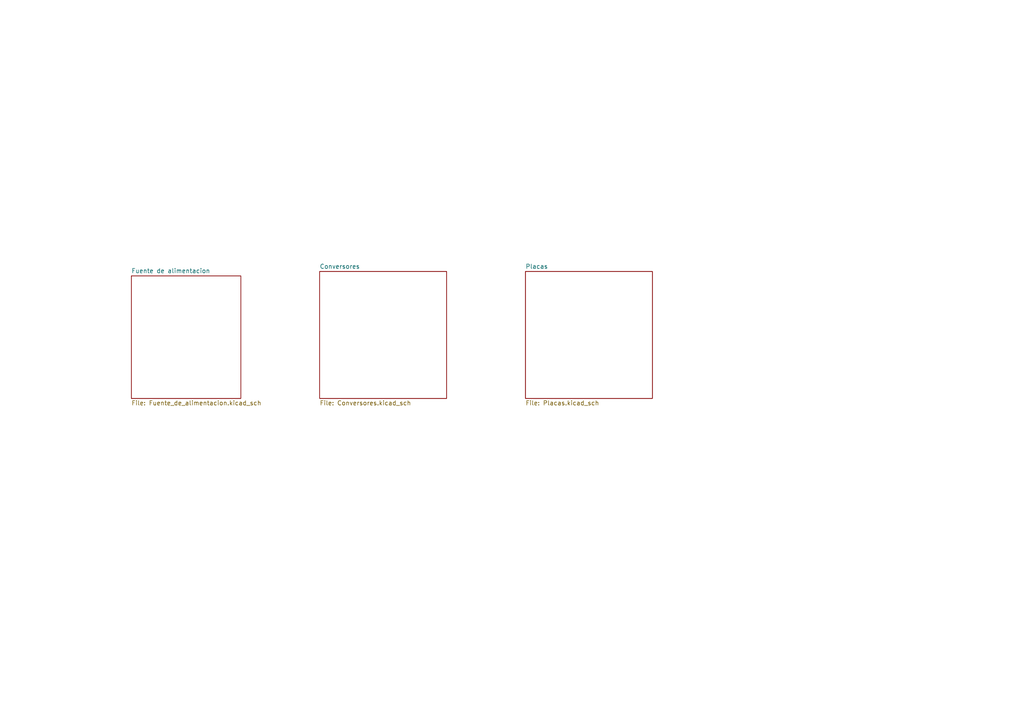
<source format=kicad_sch>
(kicad_sch (version 20211123) (generator eeschema)

  (uuid d515fc0a-6c40-43a2-8c84-c418eb8f464c)

  (paper "A4")

  (title_block
    (title "PCB_Alimentacion")
    (date "2023-06-17")
    (company "UC3M")
    (comment 1 "Hojas jerárquicas para la PCB que alimenta el Arduino y la Raspberry.")
  )

  (lib_symbols
  )


  (sheet (at 152.4 78.74) (size 36.83 36.83) (fields_autoplaced)
    (stroke (width 0.1524) (type solid) (color 0 0 0 0))
    (fill (color 0 0 0 0.0000))
    (uuid 30b62c19-9a72-4eb4-8d11-551a4a9a7854)
    (property "Sheet name" "Placas" (id 0) (at 152.4 78.0284 0)
      (effects (font (size 1.27 1.27)) (justify left bottom))
    )
    (property "Sheet file" "Placas.kicad_sch" (id 1) (at 152.4 116.1546 0)
      (effects (font (size 1.27 1.27)) (justify left top))
    )
  )

  (sheet (at 38.1 80.01) (size 31.75 35.56) (fields_autoplaced)
    (stroke (width 0.1524) (type solid) (color 0 0 0 0))
    (fill (color 0 0 0 0.0000))
    (uuid 32874f48-fc80-4ced-ba10-c0c6ae572d54)
    (property "Sheet name" "Fuente de alimentacion" (id 0) (at 38.1 79.2984 0)
      (effects (font (size 1.27 1.27)) (justify left bottom))
    )
    (property "Sheet file" "Fuente_de_alimentacion.kicad_sch" (id 1) (at 38.1 116.1546 0)
      (effects (font (size 1.27 1.27)) (justify left top))
    )
  )

  (sheet (at 92.71 78.74) (size 36.83 36.83) (fields_autoplaced)
    (stroke (width 0.1524) (type solid) (color 0 0 0 0))
    (fill (color 0 0 0 0.0000))
    (uuid 907da74b-6e15-4b01-b930-ec102c3a0758)
    (property "Sheet name" "Conversores" (id 0) (at 92.71 78.0284 0)
      (effects (font (size 1.27 1.27)) (justify left bottom))
    )
    (property "Sheet file" "Conversores.kicad_sch" (id 1) (at 92.71 116.1546 0)
      (effects (font (size 1.27 1.27)) (justify left top))
    )
  )

  (sheet_instances
    (path "/" (page "1"))
    (path "/32874f48-fc80-4ced-ba10-c0c6ae572d54" (page "2"))
    (path "/907da74b-6e15-4b01-b930-ec102c3a0758" (page "3"))
    (path "/30b62c19-9a72-4eb4-8d11-551a4a9a7854" (page "4"))
  )

  (symbol_instances
    (path "/32874f48-fc80-4ced-ba10-c0c6ae572d54/0b28a2dc-3caf-425f-a171-b8cc475f4636"
      (reference "#PWR0101") (unit 1) (value "GND") (footprint "")
    )
    (path "/907da74b-6e15-4b01-b930-ec102c3a0758/27dc090f-718d-4ffc-8c16-1758d03691fe"
      (reference "#PWR0102") (unit 1) (value "GND") (footprint "")
    )
    (path "/907da74b-6e15-4b01-b930-ec102c3a0758/af0b3a7a-5750-43b5-bffb-1045ba2ac94b"
      (reference "#PWR0103") (unit 1) (value "GND") (footprint "")
    )
    (path "/30b62c19-9a72-4eb4-8d11-551a4a9a7854/6876a590-b5ed-4d54-bfe1-b1fb9593a4d1"
      (reference "#PWR0104") (unit 1) (value "GND") (footprint "")
    )
    (path "/30b62c19-9a72-4eb4-8d11-551a4a9a7854/bc46a321-0781-4f77-b382-9600ce585ae5"
      (reference "#PWR0105") (unit 1) (value "GND") (footprint "")
    )
    (path "/907da74b-6e15-4b01-b930-ec102c3a0758/1bdfcaae-a2b8-4c90-a730-56b698175c24"
      (reference "C1") (unit 1) (value "EEUFC1H150") (footprint "CAPPRD200W50D500H1100")
    )
    (path "/907da74b-6e15-4b01-b930-ec102c3a0758/30565fae-3b8a-4341-8bcd-2636d216010c"
      (reference "C2") (unit 1) (value "EEUFC1H150") (footprint "CAPPRD200W50D500H1100")
    )
    (path "/907da74b-6e15-4b01-b930-ec102c3a0758/b5070830-0f98-43df-93db-5a141618f9e1"
      (reference "C3") (unit 1) (value "EEUFC1H150") (footprint "CAPPRD200W50D500H1100")
    )
    (path "/907da74b-6e15-4b01-b930-ec102c3a0758/80b2c87b-b7c8-4a81-9266-07f18102cc9f"
      (reference "C4") (unit 1) (value "EEUFC1H150") (footprint "CAPPRD200W50D500H1100")
    )
    (path "/32874f48-fc80-4ced-ba10-c0c6ae572d54/7c3263bd-5d7d-4de7-a38c-f59b82a4df91"
      (reference "J1") (unit 1) (value "Conn_01x02") (footprint "Connector_PinHeader_2.54mm:PinHeader_1x02_P2.54mm_Vertical")
    )
    (path "/30b62c19-9a72-4eb4-8d11-551a4a9a7854/3e3eb574-8393-477d-a77c-d9ffcc234c3d"
      (reference "J2") (unit 1) (value "Conn_01x04") (footprint "Connector_PinHeader_2.54mm:PinHeader_1x04_P2.54mm_Vertical")
    )
    (path "/907da74b-6e15-4b01-b930-ec102c3a0758/0ddc7143-de64-4777-98db-cfa2153dabb2"
      (reference "PS1") (unit 1) (value "K7805-3AR3") (footprint "CONV_K7805-3AR3")
    )
    (path "/907da74b-6e15-4b01-b930-ec102c3a0758/24e1d844-5e5c-454f-933d-1cb5e40bb3b8"
      (reference "U1") (unit 1) (value "TSR_1-2490") (footprint "Converter_DCDC:Converter_DCDC_TRACO_TSR-1_THT")
    )
  )
)

</source>
